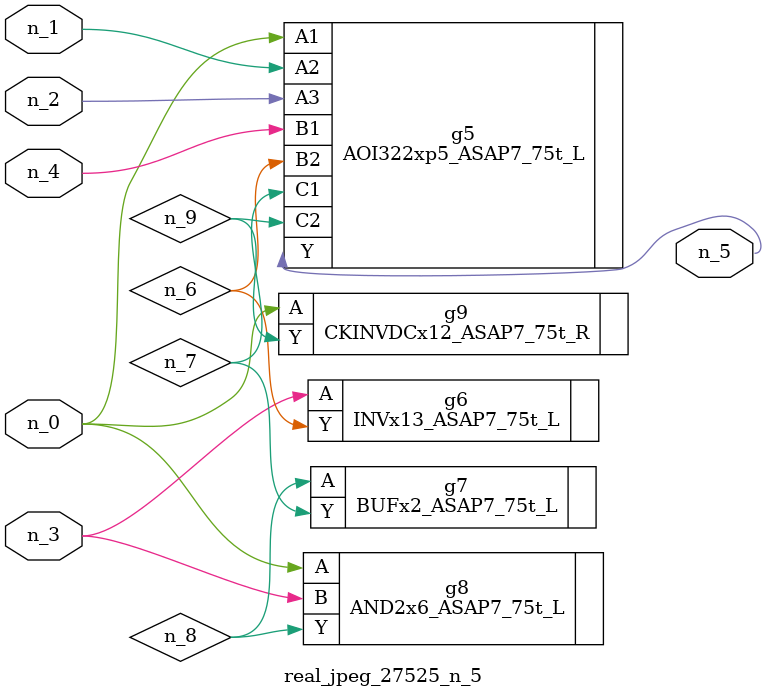
<source format=v>
module real_jpeg_27525_n_5 (n_4, n_0, n_1, n_2, n_3, n_5);

input n_4;
input n_0;
input n_1;
input n_2;
input n_3;

output n_5;

wire n_8;
wire n_6;
wire n_7;
wire n_9;

AOI322xp5_ASAP7_75t_L g5 ( 
.A1(n_0),
.A2(n_1),
.A3(n_2),
.B1(n_4),
.B2(n_6),
.C1(n_7),
.C2(n_9),
.Y(n_5)
);

AND2x6_ASAP7_75t_L g8 ( 
.A(n_0),
.B(n_3),
.Y(n_8)
);

CKINVDCx12_ASAP7_75t_R g9 ( 
.A(n_0),
.Y(n_9)
);

INVx13_ASAP7_75t_L g6 ( 
.A(n_3),
.Y(n_6)
);

BUFx2_ASAP7_75t_L g7 ( 
.A(n_8),
.Y(n_7)
);


endmodule
</source>
